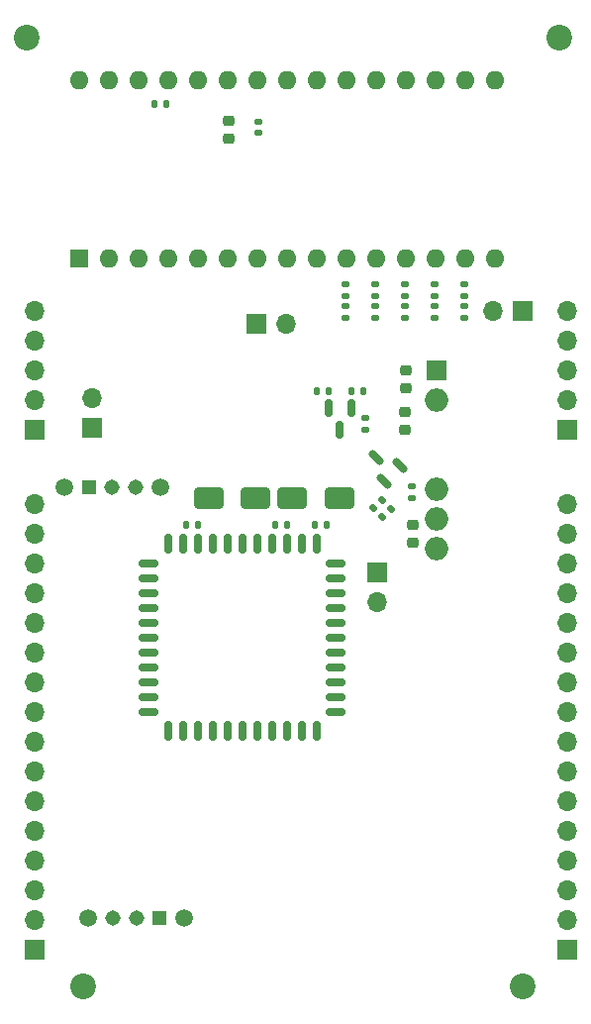
<source format=gbr>
G04 #@! TF.GenerationSoftware,KiCad,Pcbnew,7.0.5*
G04 #@! TF.CreationDate,2024-08-22T14:11:36-04:00*
G04 #@! TF.ProjectId,xDev_eval,78446576-5f65-4766-916c-2e6b69636164,V0.5*
G04 #@! TF.SameCoordinates,Original*
G04 #@! TF.FileFunction,Soldermask,Top*
G04 #@! TF.FilePolarity,Negative*
%FSLAX46Y46*%
G04 Gerber Fmt 4.6, Leading zero omitted, Abs format (unit mm)*
G04 Created by KiCad (PCBNEW 7.0.5) date 2024-08-22 14:11:36*
%MOMM*%
%LPD*%
G01*
G04 APERTURE LIST*
G04 Aperture macros list*
%AMRoundRect*
0 Rectangle with rounded corners*
0 $1 Rounding radius*
0 $2 $3 $4 $5 $6 $7 $8 $9 X,Y pos of 4 corners*
0 Add a 4 corners polygon primitive as box body*
4,1,4,$2,$3,$4,$5,$6,$7,$8,$9,$2,$3,0*
0 Add four circle primitives for the rounded corners*
1,1,$1+$1,$2,$3*
1,1,$1+$1,$4,$5*
1,1,$1+$1,$6,$7*
1,1,$1+$1,$8,$9*
0 Add four rect primitives between the rounded corners*
20,1,$1+$1,$2,$3,$4,$5,0*
20,1,$1+$1,$4,$5,$6,$7,0*
20,1,$1+$1,$6,$7,$8,$9,0*
20,1,$1+$1,$8,$9,$2,$3,0*%
G04 Aperture macros list end*
%ADD10RoundRect,0.225000X0.250000X-0.225000X0.250000X0.225000X-0.250000X0.225000X-0.250000X-0.225000X0*%
%ADD11RoundRect,0.225000X-0.250000X0.225000X-0.250000X-0.225000X0.250000X-0.225000X0.250000X0.225000X0*%
%ADD12RoundRect,0.150000X0.521491X-0.309359X-0.309359X0.521491X-0.521491X0.309359X0.309359X-0.521491X0*%
%ADD13R,1.800000X1.800000*%
%ADD14O,2.000000X2.000000*%
%ADD15RoundRect,0.150000X-0.150000X0.587500X-0.150000X-0.587500X0.150000X-0.587500X0.150000X0.587500X0*%
%ADD16RoundRect,0.135000X0.185000X-0.135000X0.185000X0.135000X-0.185000X0.135000X-0.185000X-0.135000X0*%
%ADD17RoundRect,0.135000X-0.035355X0.226274X-0.226274X0.035355X0.035355X-0.226274X0.226274X-0.035355X0*%
%ADD18RoundRect,0.135000X-0.135000X-0.185000X0.135000X-0.185000X0.135000X0.185000X-0.135000X0.185000X0*%
%ADD19RoundRect,0.135000X0.135000X0.185000X-0.135000X0.185000X-0.135000X-0.185000X0.135000X-0.185000X0*%
%ADD20RoundRect,0.135000X-0.185000X0.135000X-0.185000X-0.135000X0.185000X-0.135000X0.185000X0.135000X0*%
%ADD21RoundRect,0.147500X0.172500X-0.147500X0.172500X0.147500X-0.172500X0.147500X-0.172500X-0.147500X0*%
%ADD22C,1.308000*%
%ADD23R,1.308000X1.308000*%
%ADD24C,1.500000*%
%ADD25R,1.600000X1.600000*%
%ADD26O,1.600000X1.600000*%
%ADD27C,2.200000*%
%ADD28RoundRect,0.250000X1.000000X0.650000X-1.000000X0.650000X-1.000000X-0.650000X1.000000X-0.650000X0*%
%ADD29RoundRect,0.140000X0.140000X0.170000X-0.140000X0.170000X-0.140000X-0.170000X0.140000X-0.170000X0*%
%ADD30R,1.700000X1.700000*%
%ADD31O,1.700000X1.700000*%
%ADD32RoundRect,0.150000X-0.150000X-0.700000X0.150000X-0.700000X0.150000X0.700000X-0.150000X0.700000X0*%
%ADD33RoundRect,0.150000X-0.700000X-0.150000X0.700000X-0.150000X0.700000X0.150000X-0.700000X0.150000X0*%
%ADD34RoundRect,0.140000X-0.140000X-0.170000X0.140000X-0.170000X0.140000X0.170000X-0.140000X0.170000X0*%
%ADD35RoundRect,0.140000X-0.170000X0.140000X-0.170000X-0.140000X0.170000X-0.140000X0.170000X0.140000X0*%
G04 APERTURE END LIST*
D10*
X157988000Y-101740000D03*
X157988000Y-100190000D03*
D11*
X157353000Y-92088000D03*
X157353000Y-90538000D03*
D12*
X155540761Y-96483064D03*
X156884264Y-95139561D03*
X154886687Y-94485487D03*
D13*
X160020000Y-86995000D03*
D14*
X160020000Y-89535000D03*
X160020000Y-97155000D03*
X160020000Y-99695000D03*
X160020000Y-102235000D03*
D15*
X152715000Y-90248500D03*
X150815000Y-90248500D03*
X151765000Y-92123500D03*
D16*
X157937200Y-97944400D03*
X157937200Y-96924400D03*
D17*
X156118448Y-98846752D03*
X155397200Y-99568000D03*
D16*
X153974800Y-91057000D03*
X153974800Y-92077000D03*
D18*
X152715000Y-88773000D03*
X153735000Y-88773000D03*
D17*
X155351424Y-98089776D03*
X154630176Y-98811024D03*
D19*
X150815000Y-88773000D03*
X149795000Y-88773000D03*
D20*
X154800000Y-79600000D03*
X154800000Y-80620000D03*
D21*
X152273000Y-82485000D03*
X152273000Y-81515000D03*
D22*
X132359500Y-133858000D03*
X134359500Y-133858000D03*
D23*
X136359500Y-133858000D03*
D24*
X130259500Y-133858000D03*
X138459500Y-133858000D03*
D25*
X129440000Y-77470000D03*
D26*
X131980000Y-77470000D03*
X134520000Y-77470000D03*
X137060000Y-77470000D03*
X139600000Y-77470000D03*
X142140000Y-77470000D03*
X144680000Y-77470000D03*
X147220000Y-77470000D03*
X149760000Y-77470000D03*
X152300000Y-77470000D03*
X154840000Y-77470000D03*
X157380000Y-77470000D03*
X159920000Y-77470000D03*
X162460000Y-77470000D03*
X165000000Y-77470000D03*
X165000000Y-62230000D03*
X162460000Y-62230000D03*
X159920000Y-62230000D03*
X157380000Y-62230000D03*
X154840000Y-62230000D03*
X152300000Y-62230000D03*
X149760000Y-62230000D03*
X147220000Y-62230000D03*
X144680000Y-62230000D03*
X142140000Y-62230000D03*
X139600000Y-62230000D03*
X137060000Y-62230000D03*
X134520000Y-62230000D03*
X131980000Y-62230000D03*
X129440000Y-62230000D03*
D27*
X125000000Y-58530000D03*
D28*
X144526000Y-97892000D03*
X140526000Y-97892000D03*
D29*
X136878000Y-64262000D03*
X135918000Y-64262000D03*
D20*
X157353000Y-79600000D03*
X157353000Y-80620000D03*
D30*
X125630000Y-92050000D03*
D31*
X125630000Y-89510000D03*
X125630000Y-86970000D03*
X125630000Y-84430000D03*
X125630000Y-81890000D03*
D22*
X134298000Y-97028000D03*
X132298000Y-97028000D03*
D23*
X130298000Y-97028000D03*
D24*
X136398000Y-97028000D03*
X128198000Y-97028000D03*
D21*
X157353000Y-82485000D03*
X157353000Y-81515000D03*
X154800000Y-82485000D03*
X154800000Y-81515000D03*
D30*
X167391000Y-81915000D03*
D31*
X164851000Y-81915000D03*
D30*
X171196000Y-92050000D03*
D31*
X171196000Y-89510000D03*
X171196000Y-86970000D03*
X171196000Y-84430000D03*
X171196000Y-81890000D03*
D20*
X152273000Y-79600000D03*
X152273000Y-80620000D03*
D32*
X143410000Y-101830000D03*
X142140000Y-101830000D03*
X140870000Y-101830000D03*
X139600000Y-101830000D03*
X138330000Y-101830000D03*
X137060000Y-101830000D03*
D33*
X135410000Y-103480000D03*
X135410000Y-104750000D03*
X135410000Y-106020000D03*
X135410000Y-107290000D03*
X135410000Y-108560000D03*
X135410000Y-109830000D03*
X135410000Y-111100000D03*
X135410000Y-112370000D03*
X135410000Y-113640000D03*
X135410000Y-114910000D03*
X135410000Y-116180000D03*
D32*
X137060000Y-117830000D03*
X138330000Y-117830000D03*
X139600000Y-117830000D03*
X140870000Y-117830000D03*
X142140000Y-117830000D03*
X143410000Y-117830000D03*
X144680000Y-117830000D03*
X145950000Y-117830000D03*
X147220000Y-117830000D03*
X148490000Y-117830000D03*
X149760000Y-117830000D03*
D33*
X151410000Y-116180000D03*
X151410000Y-114910000D03*
X151410000Y-113640000D03*
X151410000Y-112370000D03*
X151410000Y-111100000D03*
X151410000Y-109830000D03*
X151410000Y-108560000D03*
X151410000Y-107290000D03*
X151410000Y-106020000D03*
X151410000Y-104750000D03*
X151410000Y-103480000D03*
D32*
X149760000Y-101830000D03*
X148490000Y-101830000D03*
X147220000Y-101830000D03*
X145950000Y-101830000D03*
X144680000Y-101830000D03*
D30*
X144648000Y-83058000D03*
D31*
X147188000Y-83058000D03*
D20*
X162433000Y-79600000D03*
X162433000Y-80620000D03*
D27*
X129810000Y-139700000D03*
D20*
X159893000Y-79600000D03*
X159893000Y-80620000D03*
D21*
X162433000Y-82485000D03*
X162433000Y-81515000D03*
D29*
X147220000Y-100178000D03*
X146260000Y-100178000D03*
D11*
X157429200Y-86969600D03*
X157429200Y-88519600D03*
D34*
X149662000Y-100178000D03*
X150622000Y-100178000D03*
D35*
X144780000Y-65712000D03*
X144780000Y-66672000D03*
D28*
X151701000Y-97892000D03*
X147701000Y-97892000D03*
D27*
X170561000Y-58547000D03*
D30*
X171196000Y-136525000D03*
D31*
X171196000Y-133985000D03*
X171196000Y-131445000D03*
X171196000Y-128905000D03*
X171196000Y-126365000D03*
X171196000Y-123825000D03*
X171196000Y-121285000D03*
X171196000Y-118745000D03*
X171196000Y-116205000D03*
X171196000Y-113665000D03*
X171196000Y-111125000D03*
X171196000Y-108585000D03*
X171196000Y-106045000D03*
X171196000Y-103505000D03*
X171196000Y-100965000D03*
X171196000Y-98425000D03*
D11*
X142240000Y-65646000D03*
X142240000Y-67196000D03*
D27*
X167386000Y-139700000D03*
D29*
X139600000Y-100178000D03*
X138640000Y-100178000D03*
D21*
X159893000Y-82485000D03*
X159893000Y-81515000D03*
D30*
X130556000Y-91953000D03*
D31*
X130556000Y-89413000D03*
D30*
X154940000Y-104262000D03*
D31*
X154940000Y-106802000D03*
D30*
X125630000Y-136500000D03*
D31*
X125630000Y-133960000D03*
X125630000Y-131420000D03*
X125630000Y-128880000D03*
X125630000Y-126340000D03*
X125630000Y-123800000D03*
X125630000Y-121260000D03*
X125630000Y-118720000D03*
X125630000Y-116180000D03*
X125630000Y-113640000D03*
X125630000Y-111100000D03*
X125630000Y-108560000D03*
X125630000Y-106020000D03*
X125630000Y-103480000D03*
X125630000Y-100940000D03*
X125630000Y-98400000D03*
M02*

</source>
